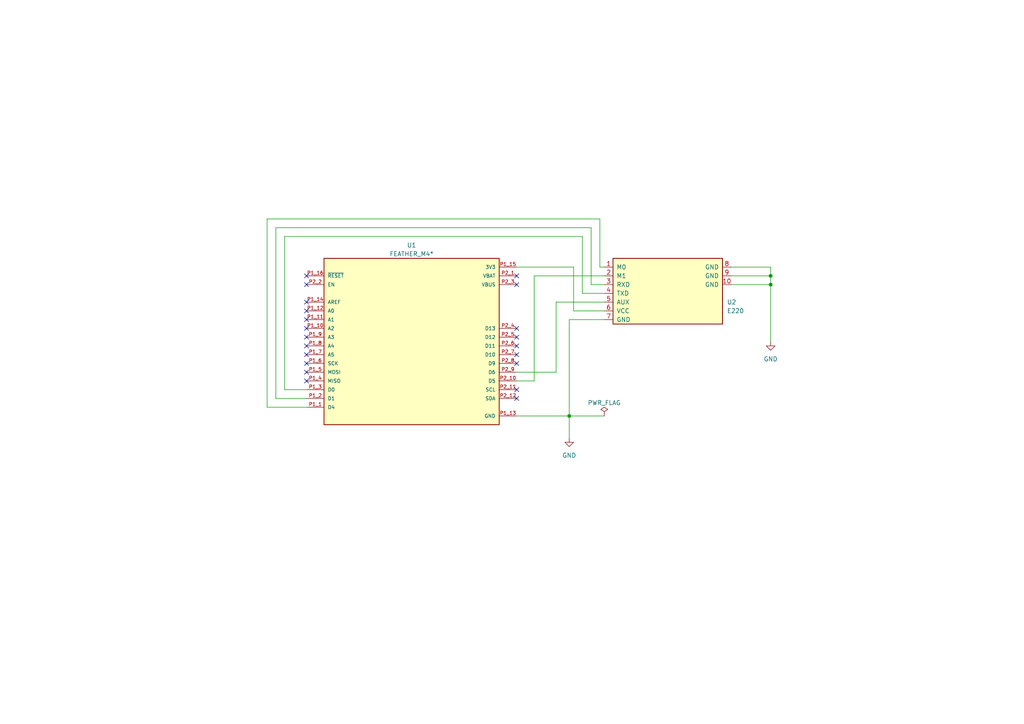
<source format=kicad_sch>
(kicad_sch (version 20230121) (generator eeschema)

  (uuid 5544efbd-b141-4197-990d-fcaed2535cef)

  (paper "A4")

  (title_block
    (title "E220 - Feather debug board")
    (date "2023-02-27")
    (rev "0.1.1")
  )

  (lib_symbols
    (symbol "e220:E220" (pin_names (offset 1.016)) (in_bom yes) (on_board yes)
      (property "Reference" "U" (at -15.24 8.89 0)
        (effects (font (size 1.27 1.27)) (justify left))
      )
      (property "Value" "E220" (at 8.89 8.89 0)
        (effects (font (size 1.27 1.27)) (justify left))
      )
      (property "Footprint" "e220:E220-900T22S(JP)" (at 0 -15.24 0)
        (effects (font (size 1.27 1.27) italic) hide)
      )
      (property "Datasheet" "https://dragon-torch.tech/wp-content/uploads/2022/08/data_sheet.pdf" (at 0 -19.05 0)
        (effects (font (size 1.27 1.27) bold italic))
      )
      (property "ki_keywords" "E220 LoRa module" (at 0 0 0)
        (effects (font (size 1.27 1.27)) hide)
      )
      (property "ki_description" "E220 LoRa module" (at 0 0 0)
        (effects (font (size 1.27 1.27)) hide)
      )
      (property "ki_fp_filters" "SOIC*3.9x4.9mm*P1.27mm*" (at 0 0 0)
        (effects (font (size 1.27 1.27)) hide)
      )
      (symbol "E220_0_1"
        (rectangle (start -15.24 7.62) (end 16.51 -11.43)
          (stroke (width 0.254) (type default))
          (fill (type background))
        )
      )
      (symbol "E220_1_1"
        (pin input line (at -17.78 5.08 0) (length 2.54)
          (name "M0" (effects (font (size 1.27 1.27))))
          (number "1" (effects (font (size 1.27 1.27))))
        )
        (pin power_in line (at 19.05 0 180) (length 2.54)
          (name "GND" (effects (font (size 1.27 1.27))))
          (number "10" (effects (font (size 1.27 1.27))))
        )
        (pin input line (at -17.78 2.54 0) (length 2.54)
          (name "M1" (effects (font (size 1.27 1.27))))
          (number "2" (effects (font (size 1.27 1.27))))
        )
        (pin input line (at -17.78 0 0) (length 2.54)
          (name "RXD" (effects (font (size 1.27 1.27))))
          (number "3" (effects (font (size 1.27 1.27))))
        )
        (pin output line (at -17.78 -2.54 0) (length 2.54)
          (name "TXD" (effects (font (size 1.27 1.27))))
          (number "4" (effects (font (size 1.27 1.27))))
        )
        (pin output line (at -17.78 -5.08 0) (length 2.54)
          (name "AUX" (effects (font (size 1.27 1.27))))
          (number "5" (effects (font (size 1.27 1.27))))
        )
        (pin power_in line (at -17.78 -7.62 0) (length 2.54)
          (name "VCC" (effects (font (size 1.27 1.27))))
          (number "6" (effects (font (size 1.27 1.27))))
        )
        (pin power_in line (at -17.78 -10.16 0) (length 2.54)
          (name "GND" (effects (font (size 1.27 1.27))))
          (number "7" (effects (font (size 1.27 1.27))))
        )
        (pin power_in line (at 19.05 5.08 180) (length 2.54)
          (name "GND" (effects (font (size 1.27 1.27))))
          (number "8" (effects (font (size 1.27 1.27))))
        )
        (pin power_in line (at 19.05 2.54 180) (length 2.54)
          (name "GND" (effects (font (size 1.27 1.27))))
          (number "9" (effects (font (size 1.27 1.27))))
        )
      )
    )
    (symbol "feather-m4:FEATHER_M4*" (pin_names (offset 1.016)) (in_bom yes) (on_board yes)
      (property "Reference" "U" (at -25.4 26.162 0)
        (effects (font (size 1.27 1.27)) (justify left bottom))
      )
      (property "Value" "FEATHER_M4*" (at -25.4 -25.4 0)
        (effects (font (size 1.27 1.27)) (justify left bottom))
      )
      (property "Footprint" "feather-m4:MODULE_FEATHER_M4_EXPRESS" (at 0 0 0)
        (effects (font (size 1.27 1.27)) (justify bottom) hide)
      )
      (property "Datasheet" "" (at 0 0 0)
        (effects (font (size 1.27 1.27)) hide)
      )
      (property "STANDARD" "" (at 2.54 3.81 0)
        (effects (font (size 1.27 1.27)) (justify bottom) hide)
      )
      (property "MANUFACTURER" "" (at 1.27 8.89 0)
        (effects (font (size 1.27 1.27)) (justify bottom) hide)
      )
      (property "ki_keywords" "Adafruits Feather-m4" (at 0 0 0)
        (effects (font (size 1.27 1.27)) hide)
      )
      (property "ki_description" "Adafruits Feather-m4" (at 0 0 0)
        (effects (font (size 1.27 1.27)) hide)
      )
      (symbol "FEATHER_M4*_0_0"
        (rectangle (start -25.4 25.4) (end 25.4 -22.86)
          (stroke (width 0.254) (type default))
          (fill (type background))
        )
        (pin bidirectional line (at -30.48 -17.78 0) (length 5.08)
          (name "D4" (effects (font (size 1.016 1.016))))
          (number "P1_1" (effects (font (size 1.016 1.016))))
        )
        (pin bidirectional line (at -30.48 5.08 0) (length 5.08)
          (name "A2" (effects (font (size 1.016 1.016))))
          (number "P1_10" (effects (font (size 1.016 1.016))))
        )
        (pin bidirectional line (at -30.48 7.62 0) (length 5.08)
          (name "A1" (effects (font (size 1.016 1.016))))
          (number "P1_11" (effects (font (size 1.016 1.016))))
        )
        (pin bidirectional line (at -30.48 10.16 0) (length 5.08)
          (name "A0" (effects (font (size 1.016 1.016))))
          (number "P1_12" (effects (font (size 1.016 1.016))))
        )
        (pin power_in line (at 30.48 -20.32 180) (length 5.08)
          (name "GND" (effects (font (size 1.016 1.016))))
          (number "P1_13" (effects (font (size 1.016 1.016))))
        )
        (pin bidirectional line (at -30.48 12.7 0) (length 5.08)
          (name "AREF" (effects (font (size 1.016 1.016))))
          (number "P1_14" (effects (font (size 1.016 1.016))))
        )
        (pin power_out line (at 30.48 22.86 180) (length 5.08)
          (name "3V3" (effects (font (size 1.016 1.016))))
          (number "P1_15" (effects (font (size 1.016 1.016))))
        )
        (pin input line (at -30.48 20.32 0) (length 5.08)
          (name "~{RESET}" (effects (font (size 1.016 1.016))))
          (number "P1_16" (effects (font (size 1.016 1.016))))
        )
        (pin bidirectional line (at -30.48 -15.24 0) (length 5.08)
          (name "D1" (effects (font (size 1.016 1.016))))
          (number "P1_2" (effects (font (size 1.016 1.016))))
        )
        (pin bidirectional line (at -30.48 -12.7 0) (length 5.08)
          (name "D0" (effects (font (size 1.016 1.016))))
          (number "P1_3" (effects (font (size 1.016 1.016))))
        )
        (pin bidirectional line (at -30.48 -10.16 0) (length 5.08)
          (name "MISO" (effects (font (size 1.016 1.016))))
          (number "P1_4" (effects (font (size 1.016 1.016))))
        )
        (pin bidirectional line (at -30.48 -7.62 0) (length 5.08)
          (name "MOSI" (effects (font (size 1.016 1.016))))
          (number "P1_5" (effects (font (size 1.016 1.016))))
        )
        (pin bidirectional line (at -30.48 -5.08 0) (length 5.08)
          (name "SCK" (effects (font (size 1.016 1.016))))
          (number "P1_6" (effects (font (size 1.016 1.016))))
        )
        (pin bidirectional line (at -30.48 -2.54 0) (length 5.08)
          (name "A5" (effects (font (size 1.016 1.016))))
          (number "P1_7" (effects (font (size 1.016 1.016))))
        )
        (pin bidirectional line (at -30.48 0 0) (length 5.08)
          (name "A4" (effects (font (size 1.016 1.016))))
          (number "P1_8" (effects (font (size 1.016 1.016))))
        )
        (pin bidirectional line (at -30.48 2.54 0) (length 5.08)
          (name "A3" (effects (font (size 1.016 1.016))))
          (number "P1_9" (effects (font (size 1.016 1.016))))
        )
        (pin power_in line (at 30.48 20.32 180) (length 5.08)
          (name "VBAT" (effects (font (size 1.016 1.016))))
          (number "P2_1" (effects (font (size 1.016 1.016))))
        )
        (pin bidirectional line (at 30.48 -10.16 180) (length 5.08)
          (name "D5" (effects (font (size 1.016 1.016))))
          (number "P2_10" (effects (font (size 1.016 1.016))))
        )
        (pin bidirectional line (at 30.48 -12.7 180) (length 5.08)
          (name "SCL" (effects (font (size 1.016 1.016))))
          (number "P2_11" (effects (font (size 1.016 1.016))))
        )
        (pin bidirectional line (at 30.48 -15.24 180) (length 5.08)
          (name "SDA" (effects (font (size 1.016 1.016))))
          (number "P2_12" (effects (font (size 1.016 1.016))))
        )
        (pin input line (at -30.48 17.78 0) (length 5.08)
          (name "EN" (effects (font (size 1.016 1.016))))
          (number "P2_2" (effects (font (size 1.016 1.016))))
        )
        (pin power_in line (at 30.48 17.78 180) (length 5.08)
          (name "VBUS" (effects (font (size 1.016 1.016))))
          (number "P2_3" (effects (font (size 1.016 1.016))))
        )
        (pin bidirectional line (at 30.48 5.08 180) (length 5.08)
          (name "D13" (effects (font (size 1.016 1.016))))
          (number "P2_4" (effects (font (size 1.016 1.016))))
        )
        (pin bidirectional line (at 30.48 2.54 180) (length 5.08)
          (name "D12" (effects (font (size 1.016 1.016))))
          (number "P2_5" (effects (font (size 1.016 1.016))))
        )
        (pin bidirectional line (at 30.48 0 180) (length 5.08)
          (name "D11" (effects (font (size 1.016 1.016))))
          (number "P2_6" (effects (font (size 1.016 1.016))))
        )
        (pin bidirectional line (at 30.48 -2.54 180) (length 5.08)
          (name "D10" (effects (font (size 1.016 1.016))))
          (number "P2_7" (effects (font (size 1.016 1.016))))
        )
        (pin bidirectional line (at 30.48 -5.08 180) (length 5.08)
          (name "D9" (effects (font (size 1.016 1.016))))
          (number "P2_8" (effects (font (size 1.016 1.016))))
        )
        (pin bidirectional line (at 30.48 -7.62 180) (length 5.08)
          (name "D6" (effects (font (size 1.016 1.016))))
          (number "P2_9" (effects (font (size 1.016 1.016))))
        )
      )
    )
    (symbol "power:GND" (power) (pin_names (offset 0)) (in_bom yes) (on_board yes)
      (property "Reference" "#PWR" (at 0 -6.35 0)
        (effects (font (size 1.27 1.27)) hide)
      )
      (property "Value" "GND" (at 0 -3.81 0)
        (effects (font (size 1.27 1.27)))
      )
      (property "Footprint" "" (at 0 0 0)
        (effects (font (size 1.27 1.27)) hide)
      )
      (property "Datasheet" "" (at 0 0 0)
        (effects (font (size 1.27 1.27)) hide)
      )
      (property "ki_keywords" "global power" (at 0 0 0)
        (effects (font (size 1.27 1.27)) hide)
      )
      (property "ki_description" "Power symbol creates a global label with name \"GND\" , ground" (at 0 0 0)
        (effects (font (size 1.27 1.27)) hide)
      )
      (symbol "GND_0_1"
        (polyline
          (pts
            (xy 0 0)
            (xy 0 -1.27)
            (xy 1.27 -1.27)
            (xy 0 -2.54)
            (xy -1.27 -1.27)
            (xy 0 -1.27)
          )
          (stroke (width 0) (type default))
          (fill (type none))
        )
      )
      (symbol "GND_1_1"
        (pin power_in line (at 0 0 270) (length 0) hide
          (name "GND" (effects (font (size 1.27 1.27))))
          (number "1" (effects (font (size 1.27 1.27))))
        )
      )
    )
    (symbol "power:PWR_FLAG" (power) (pin_numbers hide) (pin_names (offset 0) hide) (in_bom yes) (on_board yes)
      (property "Reference" "#FLG" (at 0 1.905 0)
        (effects (font (size 1.27 1.27)) hide)
      )
      (property "Value" "PWR_FLAG" (at 0 3.81 0)
        (effects (font (size 1.27 1.27)))
      )
      (property "Footprint" "" (at 0 0 0)
        (effects (font (size 1.27 1.27)) hide)
      )
      (property "Datasheet" "~" (at 0 0 0)
        (effects (font (size 1.27 1.27)) hide)
      )
      (property "ki_keywords" "flag power" (at 0 0 0)
        (effects (font (size 1.27 1.27)) hide)
      )
      (property "ki_description" "Special symbol for telling ERC where power comes from" (at 0 0 0)
        (effects (font (size 1.27 1.27)) hide)
      )
      (symbol "PWR_FLAG_0_0"
        (pin power_out line (at 0 0 90) (length 0)
          (name "pwr" (effects (font (size 1.27 1.27))))
          (number "1" (effects (font (size 1.27 1.27))))
        )
      )
      (symbol "PWR_FLAG_0_1"
        (polyline
          (pts
            (xy 0 0)
            (xy 0 1.27)
            (xy -1.016 1.905)
            (xy 0 2.54)
            (xy 1.016 1.905)
            (xy 0 1.27)
          )
          (stroke (width 0) (type default))
          (fill (type none))
        )
      )
    )
  )

  (junction (at 223.52 80.01) (diameter 0) (color 0 0 0 0)
    (uuid 0c980001-3458-456f-8658-010ee7ef103f)
  )
  (junction (at 165.1 120.65) (diameter 0) (color 0 0 0 0)
    (uuid 194c7cca-7d8a-4262-9f98-5c1be167351b)
  )
  (junction (at 223.52 82.55) (diameter 0) (color 0 0 0 0)
    (uuid 74d92892-202a-46d6-9e5a-f795a1f95432)
  )

  (no_connect (at 149.86 80.01) (uuid 02c9dcc8-7e24-494c-905c-60e228700602))
  (no_connect (at 88.9 105.41) (uuid 1e8d2ad4-12fc-4928-b428-da5eff1f09b9))
  (no_connect (at 88.9 92.71) (uuid 498df2a9-17c0-4e6f-8249-5e225d659dfc))
  (no_connect (at 88.9 87.63) (uuid 536fbcc8-03a2-4643-bee1-31c842503b61))
  (no_connect (at 88.9 102.87) (uuid 699a6fc4-b541-4a60-87eb-5daea4ae8b07))
  (no_connect (at 149.86 82.55) (uuid 6ab244c9-5348-40e4-80c4-e1a334c880af))
  (no_connect (at 88.9 80.01) (uuid 810c12b8-0591-4a67-87ba-d4a5400340c9))
  (no_connect (at 88.9 82.55) (uuid 8349db64-8f59-4c08-b0b7-b57761435e62))
  (no_connect (at 88.9 110.49) (uuid 8fffc53a-e319-4d2b-b170-c29799824580))
  (no_connect (at 88.9 95.25) (uuid 904028c4-6311-45ca-94eb-3d51de6d685f))
  (no_connect (at 88.9 97.79) (uuid 94ad0de1-b97b-43f7-b2d9-3d8bb49ea9f1))
  (no_connect (at 149.86 102.87) (uuid 9aae179c-736f-4d53-81cf-5f50ca7ff006))
  (no_connect (at 149.86 105.41) (uuid a2ef521b-2103-4e2c-a61b-70854f90e15e))
  (no_connect (at 149.86 115.57) (uuid adf2c045-0e4c-4127-b805-7a339f893230))
  (no_connect (at 149.86 97.79) (uuid b738716c-0193-4970-bfe5-dc07ae59bcee))
  (no_connect (at 88.9 107.95) (uuid d59e8e77-6c1a-4dc6-94c5-d4c46b7d28a1))
  (no_connect (at 149.86 113.03) (uuid df50261f-12ec-474e-a0bb-f287f303945f))
  (no_connect (at 149.86 100.33) (uuid e022020f-0911-495d-aeba-e23bc04da850))
  (no_connect (at 149.86 95.25) (uuid e3d9d9f9-5dea-474d-9478-e3b50b9334c6))
  (no_connect (at 88.9 100.33) (uuid e7e54025-458e-4a47-8fcc-a0fa385ade7f))
  (no_connect (at 88.9 90.17) (uuid f70c9eab-ca2d-4a16-bac6-91f03d0f8fa7))

  (wire (pts (xy 149.86 120.65) (xy 165.1 120.65))
    (stroke (width 0) (type default))
    (uuid 029ba325-b682-42e6-9128-f9be887463e2)
  )
  (wire (pts (xy 82.55 113.03) (xy 82.55 68.58))
    (stroke (width 0) (type default))
    (uuid 07a5c11c-703e-40f4-93cd-de67b12ee226)
  )
  (wire (pts (xy 165.1 120.65) (xy 175.26 120.65))
    (stroke (width 0) (type default))
    (uuid 0b9ef168-d54c-49d3-a8dc-3dac48d5ce82)
  )
  (wire (pts (xy 161.29 107.95) (xy 161.29 87.63))
    (stroke (width 0) (type default))
    (uuid 0c40c131-48a3-4469-9fa5-ed035ae93fea)
  )
  (wire (pts (xy 149.86 77.47) (xy 166.37 77.47))
    (stroke (width 0) (type default))
    (uuid 0e3686c3-46be-40f5-bd84-3fa0c7509e6e)
  )
  (wire (pts (xy 223.52 82.55) (xy 223.52 99.06))
    (stroke (width 0) (type default))
    (uuid 13d272cc-6764-4ad0-8b28-26b9b719214f)
  )
  (wire (pts (xy 173.99 63.5) (xy 173.99 77.47))
    (stroke (width 0) (type default))
    (uuid 1a8b511d-6c9d-4a2d-a64e-26b48c56d981)
  )
  (wire (pts (xy 88.9 115.57) (xy 80.01 115.57))
    (stroke (width 0) (type default))
    (uuid 203da2bc-f88e-4b8b-ac2c-df15ef15077f)
  )
  (wire (pts (xy 154.94 110.49) (xy 154.94 80.01))
    (stroke (width 0) (type default))
    (uuid 20af6d93-50fa-4954-a4fa-918f7e9aadd9)
  )
  (wire (pts (xy 165.1 127) (xy 165.1 120.65))
    (stroke (width 0) (type default))
    (uuid 2405ec37-f734-4cd3-ac99-a0d37b458afb)
  )
  (wire (pts (xy 223.52 77.47) (xy 223.52 80.01))
    (stroke (width 0) (type default))
    (uuid 2f1b128e-fc28-492f-a409-c42469fd9db4)
  )
  (wire (pts (xy 165.1 92.71) (xy 175.26 92.71))
    (stroke (width 0) (type default))
    (uuid 3bf5dcf7-9fb3-446b-9a3b-f5a6f34adbb8)
  )
  (wire (pts (xy 77.47 118.11) (xy 77.47 63.5))
    (stroke (width 0) (type default))
    (uuid 533900e9-b9de-403c-89db-ea183c08b091)
  )
  (wire (pts (xy 165.1 92.71) (xy 165.1 120.65))
    (stroke (width 0) (type default))
    (uuid 5f263f1f-4296-4605-b70a-a9e50f5aa821)
  )
  (wire (pts (xy 149.86 110.49) (xy 154.94 110.49))
    (stroke (width 0) (type default))
    (uuid 6dc4cf21-5736-4b8f-840c-4afe10d3aef6)
  )
  (wire (pts (xy 88.9 118.11) (xy 77.47 118.11))
    (stroke (width 0) (type default))
    (uuid 6f54eccd-5bb2-4b17-aea7-13d6e26758ec)
  )
  (wire (pts (xy 80.01 115.57) (xy 80.01 66.04))
    (stroke (width 0) (type default))
    (uuid 71dd1708-63fe-43de-831c-099d2d241454)
  )
  (wire (pts (xy 154.94 80.01) (xy 175.26 80.01))
    (stroke (width 0) (type default))
    (uuid 720be38e-7e4c-4bd1-8243-6e655a5a577f)
  )
  (wire (pts (xy 80.01 66.04) (xy 171.45 66.04))
    (stroke (width 0) (type default))
    (uuid 7641881e-6e8b-46d1-9f7d-78b8178c239e)
  )
  (wire (pts (xy 212.09 82.55) (xy 223.52 82.55))
    (stroke (width 0) (type default))
    (uuid 7cb1eb02-fdb8-47ff-a5c6-c6552eb9fc6e)
  )
  (wire (pts (xy 168.91 85.09) (xy 175.26 85.09))
    (stroke (width 0) (type default))
    (uuid 81a96a0f-e360-4596-9978-70c300cf85dc)
  )
  (wire (pts (xy 82.55 68.58) (xy 168.91 68.58))
    (stroke (width 0) (type default))
    (uuid 960020d1-ffd1-41cd-ab5c-3dddc695bfcd)
  )
  (wire (pts (xy 168.91 68.58) (xy 168.91 85.09))
    (stroke (width 0) (type default))
    (uuid 9b011302-a010-4267-aa80-4ef8361044d8)
  )
  (wire (pts (xy 171.45 82.55) (xy 175.26 82.55))
    (stroke (width 0) (type default))
    (uuid b96bc4de-f404-4474-bd4a-a6c34883c5ac)
  )
  (wire (pts (xy 149.86 107.95) (xy 161.29 107.95))
    (stroke (width 0) (type default))
    (uuid cb356553-48c7-4806-9323-7b94ef3b4b02)
  )
  (wire (pts (xy 171.45 66.04) (xy 171.45 82.55))
    (stroke (width 0) (type default))
    (uuid d048e446-8947-4ae8-9d99-28855a9289bc)
  )
  (wire (pts (xy 77.47 63.5) (xy 173.99 63.5))
    (stroke (width 0) (type default))
    (uuid d202ba05-8569-4627-8cf7-1a982c373a6d)
  )
  (wire (pts (xy 212.09 80.01) (xy 223.52 80.01))
    (stroke (width 0) (type default))
    (uuid d41eef56-8917-4f41-9c9b-4d5e435c74ae)
  )
  (wire (pts (xy 166.37 90.17) (xy 175.26 90.17))
    (stroke (width 0) (type default))
    (uuid d827f4c8-d001-4c0d-95fc-0542c7d7dadd)
  )
  (wire (pts (xy 88.9 113.03) (xy 82.55 113.03))
    (stroke (width 0) (type default))
    (uuid d864ce9e-f071-420a-a611-2ee1adfa54b3)
  )
  (wire (pts (xy 212.09 77.47) (xy 223.52 77.47))
    (stroke (width 0) (type default))
    (uuid e04b51c7-c64a-4f79-861a-a3a31a0ace6b)
  )
  (wire (pts (xy 223.52 80.01) (xy 223.52 82.55))
    (stroke (width 0) (type default))
    (uuid e53af72e-bb9c-46d8-a720-11d9147b8230)
  )
  (wire (pts (xy 161.29 87.63) (xy 175.26 87.63))
    (stroke (width 0) (type default))
    (uuid eea446df-ddf8-40e2-bcd0-7fd38a840de1)
  )
  (wire (pts (xy 173.99 77.47) (xy 175.26 77.47))
    (stroke (width 0) (type default))
    (uuid f018bce4-d7b8-4faf-9940-53a58d79fe23)
  )
  (wire (pts (xy 166.37 77.47) (xy 166.37 90.17))
    (stroke (width 0) (type default))
    (uuid fff7526b-b253-4b42-9d41-9f29bd76c066)
  )

  (symbol (lib_id "power:PWR_FLAG") (at 175.26 120.65 0) (unit 1)
    (in_bom yes) (on_board yes) (dnp no) (fields_autoplaced)
    (uuid 0b450b92-7e2c-46c4-8abd-5371714a6fab)
    (property "Reference" "#FLG01" (at 175.26 118.745 0)
      (effects (font (size 1.27 1.27)) hide)
    )
    (property "Value" "PWR_FLAG" (at 175.26 116.84 0)
      (effects (font (size 1.27 1.27)))
    )
    (property "Footprint" "" (at 175.26 120.65 0)
      (effects (font (size 1.27 1.27)) hide)
    )
    (property "Datasheet" "~" (at 175.26 120.65 0)
      (effects (font (size 1.27 1.27)) hide)
    )
    (pin "1" (uuid 1a02040f-1500-4736-b588-62da157489e7))
    (instances
      (project "feather-m4_e220_dbg_board"
        (path "/5544efbd-b141-4197-990d-fcaed2535cef"
          (reference "#FLG01") (unit 1)
        )
      )
    )
  )

  (symbol (lib_id "power:GND") (at 223.52 99.06 0) (unit 1)
    (in_bom yes) (on_board yes) (dnp no) (fields_autoplaced)
    (uuid 2301594d-ee28-443b-b23c-9cb7835c61e6)
    (property "Reference" "#PWR02" (at 223.52 105.41 0)
      (effects (font (size 1.27 1.27)) hide)
    )
    (property "Value" "GND" (at 223.52 104.14 0)
      (effects (font (size 1.27 1.27)))
    )
    (property "Footprint" "" (at 223.52 99.06 0)
      (effects (font (size 1.27 1.27)) hide)
    )
    (property "Datasheet" "" (at 223.52 99.06 0)
      (effects (font (size 1.27 1.27)) hide)
    )
    (pin "1" (uuid 4c43765a-e1b9-495b-83b4-dca8f3de5061))
    (instances
      (project "feather-m4_e220_dbg_board"
        (path "/5544efbd-b141-4197-990d-fcaed2535cef"
          (reference "#PWR02") (unit 1)
        )
      )
    )
  )

  (symbol (lib_id "power:GND") (at 165.1 127 0) (unit 1)
    (in_bom yes) (on_board yes) (dnp no) (fields_autoplaced)
    (uuid 876605f2-0933-4806-8a8d-52105752e56a)
    (property "Reference" "#PWR01" (at 165.1 133.35 0)
      (effects (font (size 1.27 1.27)) hide)
    )
    (property "Value" "GND" (at 165.1 132.08 0)
      (effects (font (size 1.27 1.27)))
    )
    (property "Footprint" "" (at 165.1 127 0)
      (effects (font (size 1.27 1.27)) hide)
    )
    (property "Datasheet" "" (at 165.1 127 0)
      (effects (font (size 1.27 1.27)) hide)
    )
    (pin "1" (uuid 2f9baffc-1e75-4134-a9be-9b1893600dc1))
    (instances
      (project "feather-m4_e220_dbg_board"
        (path "/5544efbd-b141-4197-990d-fcaed2535cef"
          (reference "#PWR01") (unit 1)
        )
      )
    )
  )

  (symbol (lib_id "feather-m4:FEATHER_M4*") (at 119.38 100.33 0) (unit 1)
    (in_bom yes) (on_board yes) (dnp no) (fields_autoplaced)
    (uuid 9c54297e-2386-49a5-b503-0690a3b93e34)
    (property "Reference" "U1" (at 119.38 71.12 0)
      (effects (font (size 1.27 1.27)))
    )
    (property "Value" "FEATHER_M4*" (at 119.38 73.66 0)
      (effects (font (size 1.27 1.27)))
    )
    (property "Footprint" "feather-m4:MODULE_FEATHER_M4_EXPRESS" (at 119.38 100.33 0)
      (effects (font (size 1.27 1.27)) (justify bottom) hide)
    )
    (property "Datasheet" "" (at 119.38 100.33 0)
      (effects (font (size 1.27 1.27)) hide)
    )
    (property "STANDARD" "" (at 121.92 96.52 0)
      (effects (font (size 1.27 1.27)) (justify bottom) hide)
    )
    (property "MANUFACTURER" "" (at 120.65 91.44 0)
      (effects (font (size 1.27 1.27)) (justify bottom) hide)
    )
    (pin "P1_1" (uuid dee4cfae-1a5f-4700-a4a4-774b0d17e469))
    (pin "P1_10" (uuid 2790e747-84f6-4cd3-9b1a-2ccfcac89616))
    (pin "P1_11" (uuid ca24c83f-88ee-45eb-b968-12ebf0bd06b0))
    (pin "P1_12" (uuid d22b6dbe-cddb-488b-8659-61f39b33d29f))
    (pin "P1_13" (uuid bb6af1dd-af4d-4b2f-9bc2-471161be479d))
    (pin "P1_14" (uuid a9e96895-c239-4af6-81db-4f7032d505f5))
    (pin "P1_15" (uuid ae12d98b-d839-4e93-8de7-7342559132c3))
    (pin "P1_16" (uuid 1c011a27-a12d-4efb-97f0-96590b25ee37))
    (pin "P1_2" (uuid cdb9e88a-aeb5-4d7f-bd88-c54e5e29b581))
    (pin "P1_3" (uuid 2ae19e5d-05fd-41c2-98fd-90332e694fc1))
    (pin "P1_4" (uuid 48fab3a8-fcca-43c8-9298-c5fdb7950f18))
    (pin "P1_5" (uuid 40ef535d-ac72-4f90-8793-6d73cdc70d56))
    (pin "P1_6" (uuid 81322697-ecdf-4581-be02-dbc7718d05e6))
    (pin "P1_7" (uuid 21eff9b8-5950-4f88-b9a6-3f5fb70c13d5))
    (pin "P1_8" (uuid 452f4b3f-15f4-40fc-a7ef-ede04b37cd90))
    (pin "P1_9" (uuid b84cf147-9893-4acf-b2bf-47ac49cd464a))
    (pin "P2_1" (uuid 642a5e1b-cbc4-4338-a800-92b1fc869606))
    (pin "P2_10" (uuid 63d386a2-5d53-4aca-9194-b3e5b7c8afec))
    (pin "P2_11" (uuid b65a40bc-bc0c-4a63-ab09-d245afe32ac6))
    (pin "P2_12" (uuid 19854e0e-68a9-4ab0-a8e0-fbf0ee0b4f72))
    (pin "P2_2" (uuid 1bf82f1d-0f90-4758-adc2-08d3615e77ce))
    (pin "P2_3" (uuid 21788e5c-62dd-454d-b377-e195c6ad6c2d))
    (pin "P2_4" (uuid d5404d7f-3386-4e3b-b296-9851504ed784))
    (pin "P2_5" (uuid bce7fb8b-deb1-4c29-a40d-4d6aca3f2b2e))
    (pin "P2_6" (uuid a9b2938f-911c-48a0-b330-2e3a2db53e11))
    (pin "P2_7" (uuid 1e62d8c0-4f06-4aa6-9bf1-7fccf7280635))
    (pin "P2_8" (uuid aa904f52-efc5-4d70-baf5-7dd0dd065aa1))
    (pin "P2_9" (uuid b9fdf267-b563-4742-acde-53cf36f24317))
    (instances
      (project "feather-m4_e220_dbg_board"
        (path "/5544efbd-b141-4197-990d-fcaed2535cef"
          (reference "U1") (unit 1)
        )
      )
    )
  )

  (symbol (lib_id "e220:E220") (at 193.04 82.55 0) (unit 1)
    (in_bom yes) (on_board yes) (dnp no)
    (uuid c25c7726-7140-46f4-a6bf-e7935caa19be)
    (property "Reference" "U2" (at 210.82 87.63 0)
      (effects (font (size 1.27 1.27)) (justify left))
    )
    (property "Value" "E220" (at 210.82 90.17 0)
      (effects (font (size 1.27 1.27)) (justify left))
    )
    (property "Footprint" "e220:E220-900T22S(JP)" (at 193.04 97.79 0)
      (effects (font (size 1.27 1.27) italic) hide)
    )
    (property "Datasheet" "https://dragon-torch.tech/wp-content/uploads/2022/08/data_sheet.pdf" (at 210.82 87.63 0)
      (effects (font (size 1.27 1.27) bold italic) (justify left) hide)
    )
    (pin "1" (uuid d60052f8-9ccd-4c58-9ff0-a0a05fc697d4))
    (pin "10" (uuid 920f7843-62f6-49fb-bbf8-421b1e8aa798))
    (pin "2" (uuid 2ddac3da-76c2-41ff-9f51-634debffddb4))
    (pin "3" (uuid 29571b95-386b-4118-a51d-60f612e0aa57))
    (pin "4" (uuid 1cd459d6-c35f-40e0-b2ac-ce664dd3a0ef))
    (pin "5" (uuid af0309cc-88d7-49cc-8d3e-cc539e778cec))
    (pin "6" (uuid fe0c4377-c254-4021-b7a3-010b09b26440))
    (pin "7" (uuid 553d075b-c544-4b22-b95d-06aaee30e45f))
    (pin "8" (uuid 779568ac-1cf1-48b6-9cf0-421205b7a234))
    (pin "9" (uuid e43c9fc4-6447-46fb-b816-e87b379d1234))
    (instances
      (project "feather-m4_e220_dbg_board"
        (path "/5544efbd-b141-4197-990d-fcaed2535cef"
          (reference "U2") (unit 1)
        )
      )
    )
  )

  (sheet_instances
    (path "/" (page "1"))
  )
)

</source>
